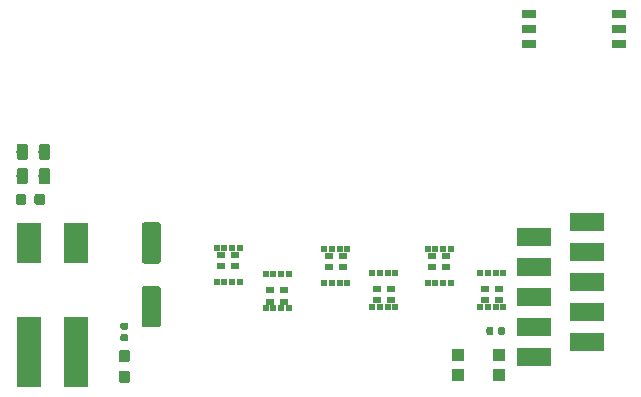
<source format=gbr>
G04 #@! TF.GenerationSoftware,KiCad,Pcbnew,5.1.2-f72e74a~84~ubuntu18.04.1*
G04 #@! TF.CreationDate,2019-09-03T03:08:37+02:00*
G04 #@! TF.ProjectId,board,626f6172-642e-46b6-9963-61645f706362,rev?*
G04 #@! TF.SameCoordinates,Original*
G04 #@! TF.FileFunction,Paste,Top*
G04 #@! TF.FilePolarity,Positive*
%FSLAX46Y46*%
G04 Gerber Fmt 4.6, Leading zero omitted, Abs format (unit mm)*
G04 Created by KiCad (PCBNEW 5.1.2-f72e74a~84~ubuntu18.04.1) date 2019-09-03 03:08:37*
%MOMM*%
%LPD*%
G04 APERTURE LIST*
%ADD10C,0.100000*%
%ADD11C,0.590000*%
%ADD12R,1.000000X1.000000*%
%ADD13C,0.875000*%
%ADD14R,3.000000X1.500000*%
%ADD15C,0.950000*%
%ADD16R,2.000000X3.500000*%
%ADD17R,2.000000X6.000000*%
%ADD18R,0.738000X0.570000*%
%ADD19R,0.500000X0.630000*%
%ADD20C,0.975000*%
%ADD21C,1.600000*%
%ADD22R,1.270000X0.760000*%
G04 APERTURE END LIST*
D10*
G36*
X142328158Y-128382510D02*
G01*
X142342476Y-128384634D01*
X142356517Y-128388151D01*
X142370146Y-128393028D01*
X142383231Y-128399217D01*
X142395647Y-128406658D01*
X142407273Y-128415281D01*
X142417998Y-128425002D01*
X142427719Y-128435727D01*
X142436342Y-128447353D01*
X142443783Y-128459769D01*
X142449972Y-128472854D01*
X142454849Y-128486483D01*
X142458366Y-128500524D01*
X142460490Y-128514842D01*
X142461200Y-128529300D01*
X142461200Y-128874300D01*
X142460490Y-128888758D01*
X142458366Y-128903076D01*
X142454849Y-128917117D01*
X142449972Y-128930746D01*
X142443783Y-128943831D01*
X142436342Y-128956247D01*
X142427719Y-128967873D01*
X142417998Y-128978598D01*
X142407273Y-128988319D01*
X142395647Y-128996942D01*
X142383231Y-129004383D01*
X142370146Y-129010572D01*
X142356517Y-129015449D01*
X142342476Y-129018966D01*
X142328158Y-129021090D01*
X142313700Y-129021800D01*
X142018700Y-129021800D01*
X142004242Y-129021090D01*
X141989924Y-129018966D01*
X141975883Y-129015449D01*
X141962254Y-129010572D01*
X141949169Y-129004383D01*
X141936753Y-128996942D01*
X141925127Y-128988319D01*
X141914402Y-128978598D01*
X141904681Y-128967873D01*
X141896058Y-128956247D01*
X141888617Y-128943831D01*
X141882428Y-128930746D01*
X141877551Y-128917117D01*
X141874034Y-128903076D01*
X141871910Y-128888758D01*
X141871200Y-128874300D01*
X141871200Y-128529300D01*
X141871910Y-128514842D01*
X141874034Y-128500524D01*
X141877551Y-128486483D01*
X141882428Y-128472854D01*
X141888617Y-128459769D01*
X141896058Y-128447353D01*
X141904681Y-128435727D01*
X141914402Y-128425002D01*
X141925127Y-128415281D01*
X141936753Y-128406658D01*
X141949169Y-128399217D01*
X141962254Y-128393028D01*
X141975883Y-128388151D01*
X141989924Y-128384634D01*
X142004242Y-128382510D01*
X142018700Y-128381800D01*
X142313700Y-128381800D01*
X142328158Y-128382510D01*
X142328158Y-128382510D01*
G37*
D11*
X142166200Y-128701800D03*
D10*
G36*
X141358158Y-128382510D02*
G01*
X141372476Y-128384634D01*
X141386517Y-128388151D01*
X141400146Y-128393028D01*
X141413231Y-128399217D01*
X141425647Y-128406658D01*
X141437273Y-128415281D01*
X141447998Y-128425002D01*
X141457719Y-128435727D01*
X141466342Y-128447353D01*
X141473783Y-128459769D01*
X141479972Y-128472854D01*
X141484849Y-128486483D01*
X141488366Y-128500524D01*
X141490490Y-128514842D01*
X141491200Y-128529300D01*
X141491200Y-128874300D01*
X141490490Y-128888758D01*
X141488366Y-128903076D01*
X141484849Y-128917117D01*
X141479972Y-128930746D01*
X141473783Y-128943831D01*
X141466342Y-128956247D01*
X141457719Y-128967873D01*
X141447998Y-128978598D01*
X141437273Y-128988319D01*
X141425647Y-128996942D01*
X141413231Y-129004383D01*
X141400146Y-129010572D01*
X141386517Y-129015449D01*
X141372476Y-129018966D01*
X141358158Y-129021090D01*
X141343700Y-129021800D01*
X141048700Y-129021800D01*
X141034242Y-129021090D01*
X141019924Y-129018966D01*
X141005883Y-129015449D01*
X140992254Y-129010572D01*
X140979169Y-129004383D01*
X140966753Y-128996942D01*
X140955127Y-128988319D01*
X140944402Y-128978598D01*
X140934681Y-128967873D01*
X140926058Y-128956247D01*
X140918617Y-128943831D01*
X140912428Y-128930746D01*
X140907551Y-128917117D01*
X140904034Y-128903076D01*
X140901910Y-128888758D01*
X140901200Y-128874300D01*
X140901200Y-128529300D01*
X140901910Y-128514842D01*
X140904034Y-128500524D01*
X140907551Y-128486483D01*
X140912428Y-128472854D01*
X140918617Y-128459769D01*
X140926058Y-128447353D01*
X140934681Y-128435727D01*
X140944402Y-128425002D01*
X140955127Y-128415281D01*
X140966753Y-128406658D01*
X140979169Y-128399217D01*
X140992254Y-128393028D01*
X141005883Y-128388151D01*
X141019924Y-128384634D01*
X141034242Y-128382510D01*
X141048700Y-128381800D01*
X141343700Y-128381800D01*
X141358158Y-128382510D01*
X141358158Y-128382510D01*
G37*
D11*
X141196200Y-128701800D03*
D12*
X141958000Y-132447000D03*
X141958000Y-130697000D03*
X138458000Y-132447000D03*
X138458000Y-130697000D03*
D10*
G36*
X101738491Y-117077253D02*
G01*
X101759726Y-117080403D01*
X101780550Y-117085619D01*
X101800762Y-117092851D01*
X101820168Y-117102030D01*
X101838581Y-117113066D01*
X101855824Y-117125854D01*
X101871730Y-117140270D01*
X101886146Y-117156176D01*
X101898934Y-117173419D01*
X101909970Y-117191832D01*
X101919149Y-117211238D01*
X101926381Y-117231450D01*
X101931597Y-117252274D01*
X101934747Y-117273509D01*
X101935800Y-117294950D01*
X101935800Y-117807450D01*
X101934747Y-117828891D01*
X101931597Y-117850126D01*
X101926381Y-117870950D01*
X101919149Y-117891162D01*
X101909970Y-117910568D01*
X101898934Y-117928981D01*
X101886146Y-117946224D01*
X101871730Y-117962130D01*
X101855824Y-117976546D01*
X101838581Y-117989334D01*
X101820168Y-118000370D01*
X101800762Y-118009549D01*
X101780550Y-118016781D01*
X101759726Y-118021997D01*
X101738491Y-118025147D01*
X101717050Y-118026200D01*
X101279550Y-118026200D01*
X101258109Y-118025147D01*
X101236874Y-118021997D01*
X101216050Y-118016781D01*
X101195838Y-118009549D01*
X101176432Y-118000370D01*
X101158019Y-117989334D01*
X101140776Y-117976546D01*
X101124870Y-117962130D01*
X101110454Y-117946224D01*
X101097666Y-117928981D01*
X101086630Y-117910568D01*
X101077451Y-117891162D01*
X101070219Y-117870950D01*
X101065003Y-117850126D01*
X101061853Y-117828891D01*
X101060800Y-117807450D01*
X101060800Y-117294950D01*
X101061853Y-117273509D01*
X101065003Y-117252274D01*
X101070219Y-117231450D01*
X101077451Y-117211238D01*
X101086630Y-117191832D01*
X101097666Y-117173419D01*
X101110454Y-117156176D01*
X101124870Y-117140270D01*
X101140776Y-117125854D01*
X101158019Y-117113066D01*
X101176432Y-117102030D01*
X101195838Y-117092851D01*
X101216050Y-117085619D01*
X101236874Y-117080403D01*
X101258109Y-117077253D01*
X101279550Y-117076200D01*
X101717050Y-117076200D01*
X101738491Y-117077253D01*
X101738491Y-117077253D01*
G37*
D13*
X101498300Y-117551200D03*
D10*
G36*
X103313491Y-117077253D02*
G01*
X103334726Y-117080403D01*
X103355550Y-117085619D01*
X103375762Y-117092851D01*
X103395168Y-117102030D01*
X103413581Y-117113066D01*
X103430824Y-117125854D01*
X103446730Y-117140270D01*
X103461146Y-117156176D01*
X103473934Y-117173419D01*
X103484970Y-117191832D01*
X103494149Y-117211238D01*
X103501381Y-117231450D01*
X103506597Y-117252274D01*
X103509747Y-117273509D01*
X103510800Y-117294950D01*
X103510800Y-117807450D01*
X103509747Y-117828891D01*
X103506597Y-117850126D01*
X103501381Y-117870950D01*
X103494149Y-117891162D01*
X103484970Y-117910568D01*
X103473934Y-117928981D01*
X103461146Y-117946224D01*
X103446730Y-117962130D01*
X103430824Y-117976546D01*
X103413581Y-117989334D01*
X103395168Y-118000370D01*
X103375762Y-118009549D01*
X103355550Y-118016781D01*
X103334726Y-118021997D01*
X103313491Y-118025147D01*
X103292050Y-118026200D01*
X102854550Y-118026200D01*
X102833109Y-118025147D01*
X102811874Y-118021997D01*
X102791050Y-118016781D01*
X102770838Y-118009549D01*
X102751432Y-118000370D01*
X102733019Y-117989334D01*
X102715776Y-117976546D01*
X102699870Y-117962130D01*
X102685454Y-117946224D01*
X102672666Y-117928981D01*
X102661630Y-117910568D01*
X102652451Y-117891162D01*
X102645219Y-117870950D01*
X102640003Y-117850126D01*
X102636853Y-117828891D01*
X102635800Y-117807450D01*
X102635800Y-117294950D01*
X102636853Y-117273509D01*
X102640003Y-117252274D01*
X102645219Y-117231450D01*
X102652451Y-117211238D01*
X102661630Y-117191832D01*
X102672666Y-117173419D01*
X102685454Y-117156176D01*
X102699870Y-117140270D01*
X102715776Y-117125854D01*
X102733019Y-117113066D01*
X102751432Y-117102030D01*
X102770838Y-117092851D01*
X102791050Y-117085619D01*
X102811874Y-117080403D01*
X102833109Y-117077253D01*
X102854550Y-117076200D01*
X103292050Y-117076200D01*
X103313491Y-117077253D01*
X103313491Y-117077253D01*
G37*
D13*
X103073300Y-117551200D03*
D14*
X144943000Y-130937000D03*
X144943000Y-128397000D03*
X144943000Y-125857000D03*
X144943000Y-123317000D03*
X144943000Y-120777000D03*
X149443000Y-129667000D03*
X149443000Y-127127000D03*
X149443000Y-124587000D03*
X149443000Y-122047000D03*
X149443000Y-119507000D03*
D10*
G36*
X110496779Y-132064144D02*
G01*
X110519834Y-132067563D01*
X110542443Y-132073227D01*
X110564387Y-132081079D01*
X110585457Y-132091044D01*
X110605448Y-132103026D01*
X110624168Y-132116910D01*
X110641438Y-132132562D01*
X110657090Y-132149832D01*
X110670974Y-132168552D01*
X110682956Y-132188543D01*
X110692921Y-132209613D01*
X110700773Y-132231557D01*
X110706437Y-132254166D01*
X110709856Y-132277221D01*
X110711000Y-132300500D01*
X110711000Y-132875500D01*
X110709856Y-132898779D01*
X110706437Y-132921834D01*
X110700773Y-132944443D01*
X110692921Y-132966387D01*
X110682956Y-132987457D01*
X110670974Y-133007448D01*
X110657090Y-133026168D01*
X110641438Y-133043438D01*
X110624168Y-133059090D01*
X110605448Y-133072974D01*
X110585457Y-133084956D01*
X110564387Y-133094921D01*
X110542443Y-133102773D01*
X110519834Y-133108437D01*
X110496779Y-133111856D01*
X110473500Y-133113000D01*
X109998500Y-133113000D01*
X109975221Y-133111856D01*
X109952166Y-133108437D01*
X109929557Y-133102773D01*
X109907613Y-133094921D01*
X109886543Y-133084956D01*
X109866552Y-133072974D01*
X109847832Y-133059090D01*
X109830562Y-133043438D01*
X109814910Y-133026168D01*
X109801026Y-133007448D01*
X109789044Y-132987457D01*
X109779079Y-132966387D01*
X109771227Y-132944443D01*
X109765563Y-132921834D01*
X109762144Y-132898779D01*
X109761000Y-132875500D01*
X109761000Y-132300500D01*
X109762144Y-132277221D01*
X109765563Y-132254166D01*
X109771227Y-132231557D01*
X109779079Y-132209613D01*
X109789044Y-132188543D01*
X109801026Y-132168552D01*
X109814910Y-132149832D01*
X109830562Y-132132562D01*
X109847832Y-132116910D01*
X109866552Y-132103026D01*
X109886543Y-132091044D01*
X109907613Y-132081079D01*
X109929557Y-132073227D01*
X109952166Y-132067563D01*
X109975221Y-132064144D01*
X109998500Y-132063000D01*
X110473500Y-132063000D01*
X110496779Y-132064144D01*
X110496779Y-132064144D01*
G37*
D15*
X110236000Y-132588000D03*
D10*
G36*
X110496779Y-130314144D02*
G01*
X110519834Y-130317563D01*
X110542443Y-130323227D01*
X110564387Y-130331079D01*
X110585457Y-130341044D01*
X110605448Y-130353026D01*
X110624168Y-130366910D01*
X110641438Y-130382562D01*
X110657090Y-130399832D01*
X110670974Y-130418552D01*
X110682956Y-130438543D01*
X110692921Y-130459613D01*
X110700773Y-130481557D01*
X110706437Y-130504166D01*
X110709856Y-130527221D01*
X110711000Y-130550500D01*
X110711000Y-131125500D01*
X110709856Y-131148779D01*
X110706437Y-131171834D01*
X110700773Y-131194443D01*
X110692921Y-131216387D01*
X110682956Y-131237457D01*
X110670974Y-131257448D01*
X110657090Y-131276168D01*
X110641438Y-131293438D01*
X110624168Y-131309090D01*
X110605448Y-131322974D01*
X110585457Y-131334956D01*
X110564387Y-131344921D01*
X110542443Y-131352773D01*
X110519834Y-131358437D01*
X110496779Y-131361856D01*
X110473500Y-131363000D01*
X109998500Y-131363000D01*
X109975221Y-131361856D01*
X109952166Y-131358437D01*
X109929557Y-131352773D01*
X109907613Y-131344921D01*
X109886543Y-131334956D01*
X109866552Y-131322974D01*
X109847832Y-131309090D01*
X109830562Y-131293438D01*
X109814910Y-131276168D01*
X109801026Y-131257448D01*
X109789044Y-131237457D01*
X109779079Y-131216387D01*
X109771227Y-131194443D01*
X109765563Y-131171834D01*
X109762144Y-131148779D01*
X109761000Y-131125500D01*
X109761000Y-130550500D01*
X109762144Y-130527221D01*
X109765563Y-130504166D01*
X109771227Y-130481557D01*
X109779079Y-130459613D01*
X109789044Y-130438543D01*
X109801026Y-130418552D01*
X109814910Y-130399832D01*
X109830562Y-130382562D01*
X109847832Y-130366910D01*
X109866552Y-130353026D01*
X109886543Y-130341044D01*
X109907613Y-130331079D01*
X109929557Y-130323227D01*
X109952166Y-130317563D01*
X109975221Y-130314144D01*
X109998500Y-130313000D01*
X110473500Y-130313000D01*
X110496779Y-130314144D01*
X110496779Y-130314144D01*
G37*
D15*
X110236000Y-130838000D03*
D10*
G36*
X110422958Y-127998710D02*
G01*
X110437276Y-128000834D01*
X110451317Y-128004351D01*
X110464946Y-128009228D01*
X110478031Y-128015417D01*
X110490447Y-128022858D01*
X110502073Y-128031481D01*
X110512798Y-128041202D01*
X110522519Y-128051927D01*
X110531142Y-128063553D01*
X110538583Y-128075969D01*
X110544772Y-128089054D01*
X110549649Y-128102683D01*
X110553166Y-128116724D01*
X110555290Y-128131042D01*
X110556000Y-128145500D01*
X110556000Y-128440500D01*
X110555290Y-128454958D01*
X110553166Y-128469276D01*
X110549649Y-128483317D01*
X110544772Y-128496946D01*
X110538583Y-128510031D01*
X110531142Y-128522447D01*
X110522519Y-128534073D01*
X110512798Y-128544798D01*
X110502073Y-128554519D01*
X110490447Y-128563142D01*
X110478031Y-128570583D01*
X110464946Y-128576772D01*
X110451317Y-128581649D01*
X110437276Y-128585166D01*
X110422958Y-128587290D01*
X110408500Y-128588000D01*
X110063500Y-128588000D01*
X110049042Y-128587290D01*
X110034724Y-128585166D01*
X110020683Y-128581649D01*
X110007054Y-128576772D01*
X109993969Y-128570583D01*
X109981553Y-128563142D01*
X109969927Y-128554519D01*
X109959202Y-128544798D01*
X109949481Y-128534073D01*
X109940858Y-128522447D01*
X109933417Y-128510031D01*
X109927228Y-128496946D01*
X109922351Y-128483317D01*
X109918834Y-128469276D01*
X109916710Y-128454958D01*
X109916000Y-128440500D01*
X109916000Y-128145500D01*
X109916710Y-128131042D01*
X109918834Y-128116724D01*
X109922351Y-128102683D01*
X109927228Y-128089054D01*
X109933417Y-128075969D01*
X109940858Y-128063553D01*
X109949481Y-128051927D01*
X109959202Y-128041202D01*
X109969927Y-128031481D01*
X109981553Y-128022858D01*
X109993969Y-128015417D01*
X110007054Y-128009228D01*
X110020683Y-128004351D01*
X110034724Y-128000834D01*
X110049042Y-127998710D01*
X110063500Y-127998000D01*
X110408500Y-127998000D01*
X110422958Y-127998710D01*
X110422958Y-127998710D01*
G37*
D11*
X110236000Y-128293000D03*
D10*
G36*
X110422958Y-128968710D02*
G01*
X110437276Y-128970834D01*
X110451317Y-128974351D01*
X110464946Y-128979228D01*
X110478031Y-128985417D01*
X110490447Y-128992858D01*
X110502073Y-129001481D01*
X110512798Y-129011202D01*
X110522519Y-129021927D01*
X110531142Y-129033553D01*
X110538583Y-129045969D01*
X110544772Y-129059054D01*
X110549649Y-129072683D01*
X110553166Y-129086724D01*
X110555290Y-129101042D01*
X110556000Y-129115500D01*
X110556000Y-129410500D01*
X110555290Y-129424958D01*
X110553166Y-129439276D01*
X110549649Y-129453317D01*
X110544772Y-129466946D01*
X110538583Y-129480031D01*
X110531142Y-129492447D01*
X110522519Y-129504073D01*
X110512798Y-129514798D01*
X110502073Y-129524519D01*
X110490447Y-129533142D01*
X110478031Y-129540583D01*
X110464946Y-129546772D01*
X110451317Y-129551649D01*
X110437276Y-129555166D01*
X110422958Y-129557290D01*
X110408500Y-129558000D01*
X110063500Y-129558000D01*
X110049042Y-129557290D01*
X110034724Y-129555166D01*
X110020683Y-129551649D01*
X110007054Y-129546772D01*
X109993969Y-129540583D01*
X109981553Y-129533142D01*
X109969927Y-129524519D01*
X109959202Y-129514798D01*
X109949481Y-129504073D01*
X109940858Y-129492447D01*
X109933417Y-129480031D01*
X109927228Y-129466946D01*
X109922351Y-129453317D01*
X109918834Y-129439276D01*
X109916710Y-129424958D01*
X109916000Y-129410500D01*
X109916000Y-129115500D01*
X109916710Y-129101042D01*
X109918834Y-129086724D01*
X109922351Y-129072683D01*
X109927228Y-129059054D01*
X109933417Y-129045969D01*
X109940858Y-129033553D01*
X109949481Y-129021927D01*
X109959202Y-129011202D01*
X109969927Y-129001481D01*
X109981553Y-128992858D01*
X109993969Y-128985417D01*
X110007054Y-128979228D01*
X110020683Y-128974351D01*
X110034724Y-128970834D01*
X110049042Y-128968710D01*
X110063500Y-128968000D01*
X110408500Y-128968000D01*
X110422958Y-128968710D01*
X110422958Y-128968710D01*
G37*
D11*
X110236000Y-129263000D03*
D16*
X106140000Y-121242000D03*
D17*
X106140000Y-130492000D03*
X102140000Y-130492000D03*
D16*
X102140000Y-121242000D03*
D18*
X118435000Y-123237000D03*
X119655000Y-123237000D03*
X118435000Y-122287000D03*
X119655000Y-122287000D03*
D19*
X118075000Y-121707000D03*
X118715000Y-121707000D03*
X119375000Y-121707000D03*
X120015000Y-121707000D03*
X120015000Y-124587000D03*
X119375000Y-124587000D03*
X118715000Y-124587000D03*
X118075000Y-124587000D03*
D18*
X123800000Y-125259000D03*
X122580000Y-125259000D03*
X123800000Y-126209000D03*
X122580000Y-126209000D03*
D19*
X124160000Y-126789000D03*
X123520000Y-126789000D03*
X122860000Y-126789000D03*
X122220000Y-126789000D03*
X122220000Y-123909000D03*
X122860000Y-123909000D03*
X123520000Y-123909000D03*
X124160000Y-123909000D03*
D18*
X132817000Y-125132000D03*
X131597000Y-125132000D03*
X132817000Y-126082000D03*
X131597000Y-126082000D03*
D19*
X133177000Y-126662000D03*
X132537000Y-126662000D03*
X131877000Y-126662000D03*
X131237000Y-126662000D03*
X131237000Y-123782000D03*
X131877000Y-123782000D03*
X132537000Y-123782000D03*
X133177000Y-123782000D03*
D18*
X136296000Y-123280000D03*
X137516000Y-123280000D03*
X136296000Y-122330000D03*
X137516000Y-122330000D03*
D19*
X135936000Y-121750000D03*
X136576000Y-121750000D03*
X137236000Y-121750000D03*
X137876000Y-121750000D03*
X137876000Y-124630000D03*
X137236000Y-124630000D03*
X136576000Y-124630000D03*
X135936000Y-124630000D03*
D18*
X127533000Y-123280000D03*
X128753000Y-123280000D03*
X127533000Y-122330000D03*
X128753000Y-122330000D03*
D19*
X127173000Y-121750000D03*
X127813000Y-121750000D03*
X128473000Y-121750000D03*
X129113000Y-121750000D03*
X129113000Y-124630000D03*
X128473000Y-124630000D03*
X127813000Y-124630000D03*
X127173000Y-124630000D03*
D18*
X141961000Y-125132000D03*
X140741000Y-125132000D03*
X141961000Y-126082000D03*
X140741000Y-126082000D03*
D19*
X142321000Y-126662000D03*
X141681000Y-126662000D03*
X141021000Y-126662000D03*
X140381000Y-126662000D03*
X140381000Y-123782000D03*
X141021000Y-123782000D03*
X141681000Y-123782000D03*
X142321000Y-123782000D03*
D10*
G36*
X101872242Y-114896574D02*
G01*
X101895903Y-114900084D01*
X101919107Y-114905896D01*
X101941629Y-114913954D01*
X101963253Y-114924182D01*
X101983770Y-114936479D01*
X102002983Y-114950729D01*
X102020707Y-114966793D01*
X102036771Y-114984517D01*
X102051021Y-115003730D01*
X102063318Y-115024247D01*
X102073546Y-115045871D01*
X102081604Y-115068393D01*
X102087416Y-115091597D01*
X102090926Y-115115258D01*
X102092100Y-115139150D01*
X102092100Y-116051650D01*
X102090926Y-116075542D01*
X102087416Y-116099203D01*
X102081604Y-116122407D01*
X102073546Y-116144929D01*
X102063318Y-116166553D01*
X102051021Y-116187070D01*
X102036771Y-116206283D01*
X102020707Y-116224007D01*
X102002983Y-116240071D01*
X101983770Y-116254321D01*
X101963253Y-116266618D01*
X101941629Y-116276846D01*
X101919107Y-116284904D01*
X101895903Y-116290716D01*
X101872242Y-116294226D01*
X101848350Y-116295400D01*
X101360850Y-116295400D01*
X101336958Y-116294226D01*
X101313297Y-116290716D01*
X101290093Y-116284904D01*
X101267571Y-116276846D01*
X101245947Y-116266618D01*
X101225430Y-116254321D01*
X101206217Y-116240071D01*
X101188493Y-116224007D01*
X101172429Y-116206283D01*
X101158179Y-116187070D01*
X101145882Y-116166553D01*
X101135654Y-116144929D01*
X101127596Y-116122407D01*
X101121784Y-116099203D01*
X101118274Y-116075542D01*
X101117100Y-116051650D01*
X101117100Y-115139150D01*
X101118274Y-115115258D01*
X101121784Y-115091597D01*
X101127596Y-115068393D01*
X101135654Y-115045871D01*
X101145882Y-115024247D01*
X101158179Y-115003730D01*
X101172429Y-114984517D01*
X101188493Y-114966793D01*
X101206217Y-114950729D01*
X101225430Y-114936479D01*
X101245947Y-114924182D01*
X101267571Y-114913954D01*
X101290093Y-114905896D01*
X101313297Y-114900084D01*
X101336958Y-114896574D01*
X101360850Y-114895400D01*
X101848350Y-114895400D01*
X101872242Y-114896574D01*
X101872242Y-114896574D01*
G37*
D20*
X101604600Y-115595400D03*
D10*
G36*
X103747242Y-114896574D02*
G01*
X103770903Y-114900084D01*
X103794107Y-114905896D01*
X103816629Y-114913954D01*
X103838253Y-114924182D01*
X103858770Y-114936479D01*
X103877983Y-114950729D01*
X103895707Y-114966793D01*
X103911771Y-114984517D01*
X103926021Y-115003730D01*
X103938318Y-115024247D01*
X103948546Y-115045871D01*
X103956604Y-115068393D01*
X103962416Y-115091597D01*
X103965926Y-115115258D01*
X103967100Y-115139150D01*
X103967100Y-116051650D01*
X103965926Y-116075542D01*
X103962416Y-116099203D01*
X103956604Y-116122407D01*
X103948546Y-116144929D01*
X103938318Y-116166553D01*
X103926021Y-116187070D01*
X103911771Y-116206283D01*
X103895707Y-116224007D01*
X103877983Y-116240071D01*
X103858770Y-116254321D01*
X103838253Y-116266618D01*
X103816629Y-116276846D01*
X103794107Y-116284904D01*
X103770903Y-116290716D01*
X103747242Y-116294226D01*
X103723350Y-116295400D01*
X103235850Y-116295400D01*
X103211958Y-116294226D01*
X103188297Y-116290716D01*
X103165093Y-116284904D01*
X103142571Y-116276846D01*
X103120947Y-116266618D01*
X103100430Y-116254321D01*
X103081217Y-116240071D01*
X103063493Y-116224007D01*
X103047429Y-116206283D01*
X103033179Y-116187070D01*
X103020882Y-116166553D01*
X103010654Y-116144929D01*
X103002596Y-116122407D01*
X102996784Y-116099203D01*
X102993274Y-116075542D01*
X102992100Y-116051650D01*
X102992100Y-115139150D01*
X102993274Y-115115258D01*
X102996784Y-115091597D01*
X103002596Y-115068393D01*
X103010654Y-115045871D01*
X103020882Y-115024247D01*
X103033179Y-115003730D01*
X103047429Y-114984517D01*
X103063493Y-114966793D01*
X103081217Y-114950729D01*
X103100430Y-114936479D01*
X103120947Y-114924182D01*
X103142571Y-114913954D01*
X103165093Y-114905896D01*
X103188297Y-114900084D01*
X103211958Y-114896574D01*
X103235850Y-114895400D01*
X103723350Y-114895400D01*
X103747242Y-114896574D01*
X103747242Y-114896574D01*
G37*
D20*
X103479600Y-115595400D03*
D10*
G36*
X113096504Y-119503204D02*
G01*
X113120773Y-119506804D01*
X113144571Y-119512765D01*
X113167671Y-119521030D01*
X113189849Y-119531520D01*
X113210893Y-119544133D01*
X113230598Y-119558747D01*
X113248777Y-119575223D01*
X113265253Y-119593402D01*
X113279867Y-119613107D01*
X113292480Y-119634151D01*
X113302970Y-119656329D01*
X113311235Y-119679429D01*
X113317196Y-119703227D01*
X113320796Y-119727496D01*
X113322000Y-119752000D01*
X113322000Y-122752000D01*
X113320796Y-122776504D01*
X113317196Y-122800773D01*
X113311235Y-122824571D01*
X113302970Y-122847671D01*
X113292480Y-122869849D01*
X113279867Y-122890893D01*
X113265253Y-122910598D01*
X113248777Y-122928777D01*
X113230598Y-122945253D01*
X113210893Y-122959867D01*
X113189849Y-122972480D01*
X113167671Y-122982970D01*
X113144571Y-122991235D01*
X113120773Y-122997196D01*
X113096504Y-123000796D01*
X113072000Y-123002000D01*
X111972000Y-123002000D01*
X111947496Y-123000796D01*
X111923227Y-122997196D01*
X111899429Y-122991235D01*
X111876329Y-122982970D01*
X111854151Y-122972480D01*
X111833107Y-122959867D01*
X111813402Y-122945253D01*
X111795223Y-122928777D01*
X111778747Y-122910598D01*
X111764133Y-122890893D01*
X111751520Y-122869849D01*
X111741030Y-122847671D01*
X111732765Y-122824571D01*
X111726804Y-122800773D01*
X111723204Y-122776504D01*
X111722000Y-122752000D01*
X111722000Y-119752000D01*
X111723204Y-119727496D01*
X111726804Y-119703227D01*
X111732765Y-119679429D01*
X111741030Y-119656329D01*
X111751520Y-119634151D01*
X111764133Y-119613107D01*
X111778747Y-119593402D01*
X111795223Y-119575223D01*
X111813402Y-119558747D01*
X111833107Y-119544133D01*
X111854151Y-119531520D01*
X111876329Y-119521030D01*
X111899429Y-119512765D01*
X111923227Y-119506804D01*
X111947496Y-119503204D01*
X111972000Y-119502000D01*
X113072000Y-119502000D01*
X113096504Y-119503204D01*
X113096504Y-119503204D01*
G37*
D21*
X112522000Y-121252000D03*
D10*
G36*
X113096504Y-124903204D02*
G01*
X113120773Y-124906804D01*
X113144571Y-124912765D01*
X113167671Y-124921030D01*
X113189849Y-124931520D01*
X113210893Y-124944133D01*
X113230598Y-124958747D01*
X113248777Y-124975223D01*
X113265253Y-124993402D01*
X113279867Y-125013107D01*
X113292480Y-125034151D01*
X113302970Y-125056329D01*
X113311235Y-125079429D01*
X113317196Y-125103227D01*
X113320796Y-125127496D01*
X113322000Y-125152000D01*
X113322000Y-128152000D01*
X113320796Y-128176504D01*
X113317196Y-128200773D01*
X113311235Y-128224571D01*
X113302970Y-128247671D01*
X113292480Y-128269849D01*
X113279867Y-128290893D01*
X113265253Y-128310598D01*
X113248777Y-128328777D01*
X113230598Y-128345253D01*
X113210893Y-128359867D01*
X113189849Y-128372480D01*
X113167671Y-128382970D01*
X113144571Y-128391235D01*
X113120773Y-128397196D01*
X113096504Y-128400796D01*
X113072000Y-128402000D01*
X111972000Y-128402000D01*
X111947496Y-128400796D01*
X111923227Y-128397196D01*
X111899429Y-128391235D01*
X111876329Y-128382970D01*
X111854151Y-128372480D01*
X111833107Y-128359867D01*
X111813402Y-128345253D01*
X111795223Y-128328777D01*
X111778747Y-128310598D01*
X111764133Y-128290893D01*
X111751520Y-128269849D01*
X111741030Y-128247671D01*
X111732765Y-128224571D01*
X111726804Y-128200773D01*
X111723204Y-128176504D01*
X111722000Y-128152000D01*
X111722000Y-125152000D01*
X111723204Y-125127496D01*
X111726804Y-125103227D01*
X111732765Y-125079429D01*
X111741030Y-125056329D01*
X111751520Y-125034151D01*
X111764133Y-125013107D01*
X111778747Y-124993402D01*
X111795223Y-124975223D01*
X111813402Y-124958747D01*
X111833107Y-124944133D01*
X111854151Y-124931520D01*
X111876329Y-124921030D01*
X111899429Y-124912765D01*
X111923227Y-124906804D01*
X111947496Y-124903204D01*
X111972000Y-124902000D01*
X113072000Y-124902000D01*
X113096504Y-124903204D01*
X113096504Y-124903204D01*
G37*
D21*
X112522000Y-126652000D03*
D10*
G36*
X101872242Y-112839174D02*
G01*
X101895903Y-112842684D01*
X101919107Y-112848496D01*
X101941629Y-112856554D01*
X101963253Y-112866782D01*
X101983770Y-112879079D01*
X102002983Y-112893329D01*
X102020707Y-112909393D01*
X102036771Y-112927117D01*
X102051021Y-112946330D01*
X102063318Y-112966847D01*
X102073546Y-112988471D01*
X102081604Y-113010993D01*
X102087416Y-113034197D01*
X102090926Y-113057858D01*
X102092100Y-113081750D01*
X102092100Y-113994250D01*
X102090926Y-114018142D01*
X102087416Y-114041803D01*
X102081604Y-114065007D01*
X102073546Y-114087529D01*
X102063318Y-114109153D01*
X102051021Y-114129670D01*
X102036771Y-114148883D01*
X102020707Y-114166607D01*
X102002983Y-114182671D01*
X101983770Y-114196921D01*
X101963253Y-114209218D01*
X101941629Y-114219446D01*
X101919107Y-114227504D01*
X101895903Y-114233316D01*
X101872242Y-114236826D01*
X101848350Y-114238000D01*
X101360850Y-114238000D01*
X101336958Y-114236826D01*
X101313297Y-114233316D01*
X101290093Y-114227504D01*
X101267571Y-114219446D01*
X101245947Y-114209218D01*
X101225430Y-114196921D01*
X101206217Y-114182671D01*
X101188493Y-114166607D01*
X101172429Y-114148883D01*
X101158179Y-114129670D01*
X101145882Y-114109153D01*
X101135654Y-114087529D01*
X101127596Y-114065007D01*
X101121784Y-114041803D01*
X101118274Y-114018142D01*
X101117100Y-113994250D01*
X101117100Y-113081750D01*
X101118274Y-113057858D01*
X101121784Y-113034197D01*
X101127596Y-113010993D01*
X101135654Y-112988471D01*
X101145882Y-112966847D01*
X101158179Y-112946330D01*
X101172429Y-112927117D01*
X101188493Y-112909393D01*
X101206217Y-112893329D01*
X101225430Y-112879079D01*
X101245947Y-112866782D01*
X101267571Y-112856554D01*
X101290093Y-112848496D01*
X101313297Y-112842684D01*
X101336958Y-112839174D01*
X101360850Y-112838000D01*
X101848350Y-112838000D01*
X101872242Y-112839174D01*
X101872242Y-112839174D01*
G37*
D20*
X101604600Y-113538000D03*
D10*
G36*
X103747242Y-112839174D02*
G01*
X103770903Y-112842684D01*
X103794107Y-112848496D01*
X103816629Y-112856554D01*
X103838253Y-112866782D01*
X103858770Y-112879079D01*
X103877983Y-112893329D01*
X103895707Y-112909393D01*
X103911771Y-112927117D01*
X103926021Y-112946330D01*
X103938318Y-112966847D01*
X103948546Y-112988471D01*
X103956604Y-113010993D01*
X103962416Y-113034197D01*
X103965926Y-113057858D01*
X103967100Y-113081750D01*
X103967100Y-113994250D01*
X103965926Y-114018142D01*
X103962416Y-114041803D01*
X103956604Y-114065007D01*
X103948546Y-114087529D01*
X103938318Y-114109153D01*
X103926021Y-114129670D01*
X103911771Y-114148883D01*
X103895707Y-114166607D01*
X103877983Y-114182671D01*
X103858770Y-114196921D01*
X103838253Y-114209218D01*
X103816629Y-114219446D01*
X103794107Y-114227504D01*
X103770903Y-114233316D01*
X103747242Y-114236826D01*
X103723350Y-114238000D01*
X103235850Y-114238000D01*
X103211958Y-114236826D01*
X103188297Y-114233316D01*
X103165093Y-114227504D01*
X103142571Y-114219446D01*
X103120947Y-114209218D01*
X103100430Y-114196921D01*
X103081217Y-114182671D01*
X103063493Y-114166607D01*
X103047429Y-114148883D01*
X103033179Y-114129670D01*
X103020882Y-114109153D01*
X103010654Y-114087529D01*
X103002596Y-114065007D01*
X102996784Y-114041803D01*
X102993274Y-114018142D01*
X102992100Y-113994250D01*
X102992100Y-113081750D01*
X102993274Y-113057858D01*
X102996784Y-113034197D01*
X103002596Y-113010993D01*
X103010654Y-112988471D01*
X103020882Y-112966847D01*
X103033179Y-112946330D01*
X103047429Y-112927117D01*
X103063493Y-112909393D01*
X103081217Y-112893329D01*
X103100430Y-112879079D01*
X103120947Y-112866782D01*
X103142571Y-112856554D01*
X103165093Y-112848496D01*
X103188297Y-112842684D01*
X103211958Y-112839174D01*
X103235850Y-112838000D01*
X103723350Y-112838000D01*
X103747242Y-112839174D01*
X103747242Y-112839174D01*
G37*
D20*
X103479600Y-113538000D03*
D22*
X144490000Y-101830000D03*
X152110000Y-104370000D03*
X144490000Y-103100000D03*
X152110000Y-103100000D03*
X144490000Y-104370000D03*
X152110000Y-101830000D03*
M02*

</source>
